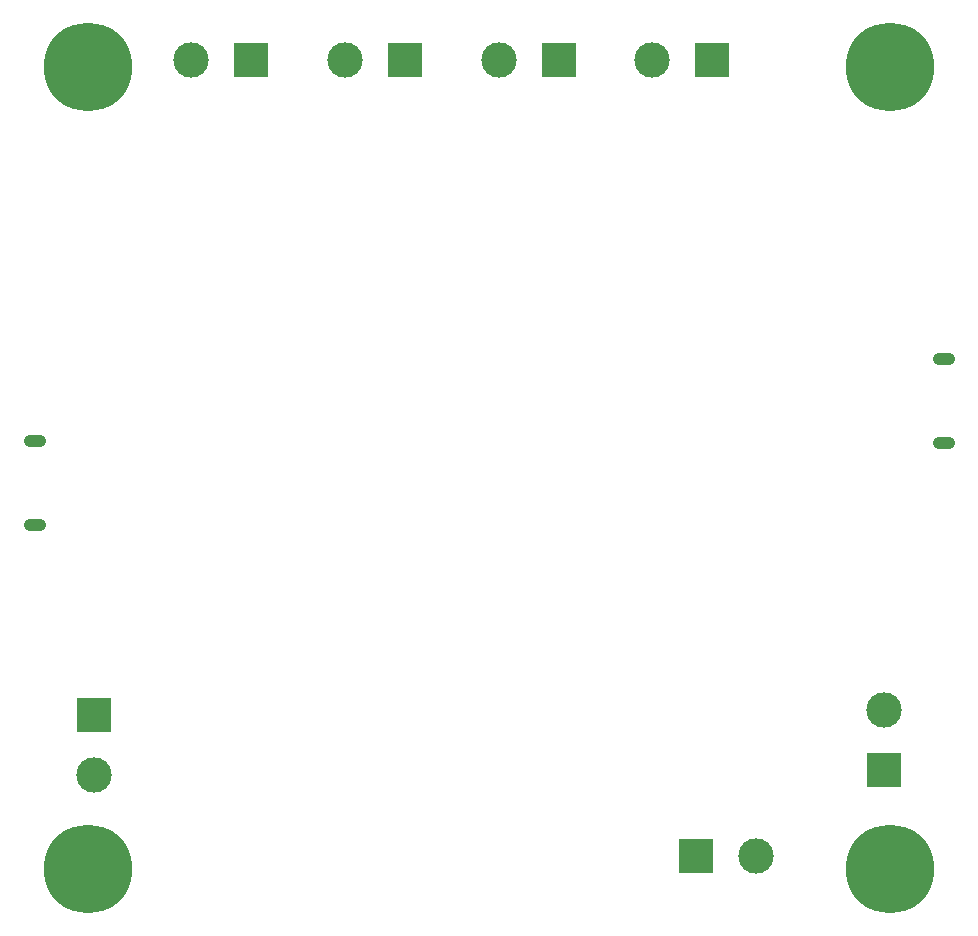
<source format=gbr>
%TF.GenerationSoftware,KiCad,Pcbnew,8.0.3*%
%TF.CreationDate,2025-02-14T19:05:39+05:30*%
%TF.ProjectId,Cyclohexane,4379636c-6f68-4657-9861-6e652e6b6963,rev?*%
%TF.SameCoordinates,Original*%
%TF.FileFunction,Soldermask,Bot*%
%TF.FilePolarity,Negative*%
%FSLAX46Y46*%
G04 Gerber Fmt 4.6, Leading zero omitted, Abs format (unit mm)*
G04 Created by KiCad (PCBNEW 8.0.3) date 2025-02-14 19:05:39*
%MOMM*%
%LPD*%
G01*
G04 APERTURE LIST*
%ADD10O,1.900000X1.050000*%
%ADD11C,7.500000*%
%ADD12R,3.000000X3.000000*%
%ADD13C,3.000000*%
G04 APERTURE END LIST*
D10*
%TO.C,J7*%
X182100000Y-74400000D03*
X182100000Y-67250000D03*
%TD*%
D11*
%TO.C,H2*%
X177569592Y-42510408D03*
%TD*%
D12*
%TO.C,J11*%
X110200000Y-97410000D03*
D13*
X110200000Y-102490000D03*
%TD*%
D12*
%TO.C,J8*%
X177075000Y-102065000D03*
D13*
X177075000Y-96985000D03*
%TD*%
D11*
%TO.C,H4*%
X177539592Y-110464592D03*
%TD*%
D12*
%TO.C,J6*%
X162500000Y-42000000D03*
D13*
X157420000Y-42000000D03*
%TD*%
D10*
%TO.C,J1*%
X105130000Y-74175000D03*
X105130000Y-81325000D03*
%TD*%
D11*
%TO.C,H1*%
X109690408Y-42510408D03*
%TD*%
%TO.C,H3*%
X109690408Y-110489592D03*
%TD*%
D12*
%TO.C,J4*%
X123500000Y-42000000D03*
D13*
X118420000Y-42000000D03*
%TD*%
D12*
%TO.C,J3*%
X136500000Y-42000000D03*
D13*
X131420000Y-42000000D03*
%TD*%
D12*
%TO.C,J9*%
X161135000Y-109350000D03*
D13*
X166215000Y-109350000D03*
%TD*%
D12*
%TO.C,J5*%
X149500000Y-42000000D03*
D13*
X144420000Y-42000000D03*
%TD*%
M02*

</source>
